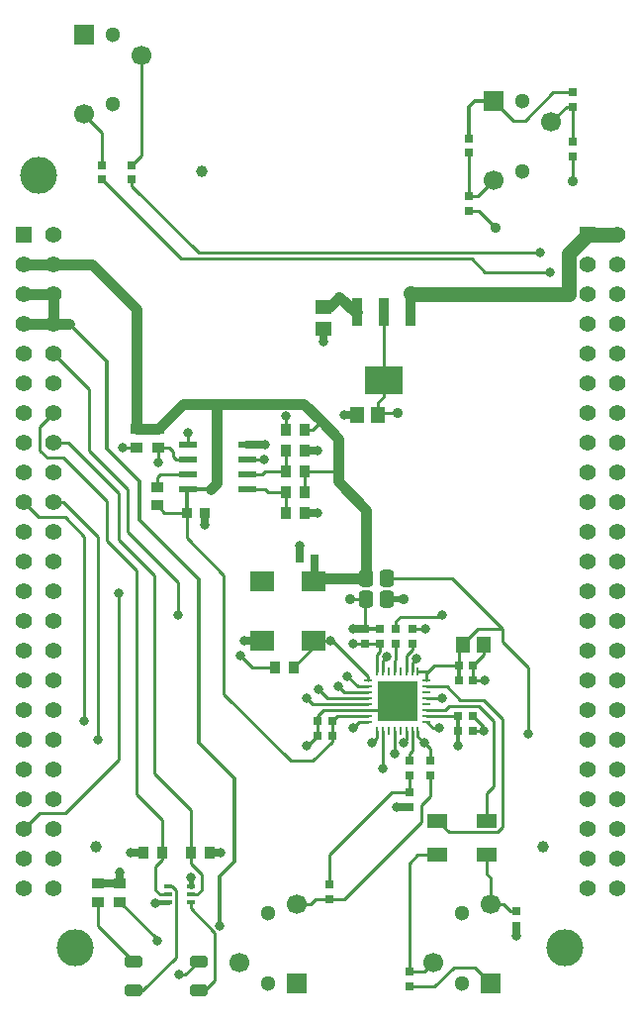
<source format=gtl>
%FSLAX43Y43*%
%MOMM*%
G71*
G01*
G75*
G04 Layer_Physical_Order=1*
G04 Layer_Color=255*
%ADD10C,1.000*%
%ADD11R,1.000X0.900*%
%ADD12R,0.900X1.000*%
%ADD13R,1.300X1.400*%
G04:AMPARAMS|DCode=14|XSize=1mm|YSize=1.5mm|CornerRadius=0.25mm|HoleSize=0mm|Usage=FLASHONLY|Rotation=90.000|XOffset=0mm|YOffset=0mm|HoleType=Round|Shape=RoundedRectangle|*
%AMROUNDEDRECTD14*
21,1,1.000,1.000,0,0,90.0*
21,1,0.500,1.500,0,0,90.0*
1,1,0.500,0.500,0.250*
1,1,0.500,0.500,-0.250*
1,1,0.500,-0.500,-0.250*
1,1,0.500,-0.500,0.250*
%
%ADD14ROUNDEDRECTD14*%
%ADD15R,0.800X0.800*%
G04:AMPARAMS|DCode=16|XSize=1.45mm|YSize=1.25mm|CornerRadius=0.313mm|HoleSize=0mm|Usage=FLASHONLY|Rotation=90.000|XOffset=0mm|YOffset=0mm|HoleType=Round|Shape=RoundedRectangle|*
%AMROUNDEDRECTD16*
21,1,1.450,0.625,0,0,90.0*
21,1,0.825,1.250,0,0,90.0*
1,1,0.625,0.313,0.412*
1,1,0.625,0.313,-0.412*
1,1,0.625,-0.313,-0.412*
1,1,0.625,-0.313,0.412*
%
%ADD16ROUNDEDRECTD16*%
%ADD17R,1.500X0.600*%
%ADD18R,0.813X0.914*%
%ADD19R,0.650X0.400*%
%ADD20R,0.800X0.800*%
%ADD21R,1.400X1.300*%
%ADD22R,3.300X2.400*%
%ADD23R,0.950X2.400*%
%ADD24O,0.800X0.250*%
%ADD25O,0.250X0.800*%
%ADD26R,3.450X3.450*%
%ADD27R,1.700X1.250*%
%ADD28R,2.000X1.800*%
%ADD29C,0.254*%
%ADD30C,0.500*%
%ADD31C,0.889*%
%ADD32C,1.270*%
%ADD33C,0.635*%
%ADD34C,0.300*%
%ADD35C,0.381*%
%ADD36R,1.700X1.700*%
%ADD37C,1.700*%
%ADD38C,1.300*%
%ADD39C,1.420*%
%ADD40R,1.420X1.420*%
%ADD41C,3.175*%
%ADD42C,0.800*%
%ADD43C,0.900*%
D10*
X101600Y74676D02*
D03*
X63373D02*
D03*
X72390Y132461D02*
D03*
D11*
X68707Y110401D02*
D03*
Y108801D02*
D03*
X63500Y71539D02*
D03*
Y69939D02*
D03*
X65405Y71539D02*
D03*
Y69939D02*
D03*
X66802Y110401D02*
D03*
Y108801D02*
D03*
X68580Y103848D02*
D03*
Y105448D02*
D03*
D12*
X81191Y106807D02*
D03*
X79591D02*
D03*
X78702Y90043D02*
D03*
X80302D02*
D03*
X71463Y74168D02*
D03*
X73063D02*
D03*
X81191Y105029D02*
D03*
X79591D02*
D03*
X81191Y110363D02*
D03*
X79591D02*
D03*
Y103251D02*
D03*
X81191D02*
D03*
X79591Y108585D02*
D03*
X81191D02*
D03*
X68999Y74168D02*
D03*
X67399D02*
D03*
D13*
X85714Y111633D02*
D03*
X87514D02*
D03*
X96531Y91948D02*
D03*
X94731D02*
D03*
D14*
X72136Y64897D02*
D03*
Y62397D02*
D03*
X66548Y64897D02*
D03*
Y62397D02*
D03*
D15*
X90170Y62738D02*
D03*
Y63988D02*
D03*
X99314Y67945D02*
D03*
Y69195D02*
D03*
X95250Y135255D02*
D03*
Y134005D02*
D03*
X104140Y139192D02*
D03*
Y137942D02*
D03*
X86360Y92075D02*
D03*
Y93325D02*
D03*
X87630Y92075D02*
D03*
Y93325D02*
D03*
X104140Y133731D02*
D03*
Y134981D02*
D03*
X95250Y129032D02*
D03*
Y130282D02*
D03*
X89027Y92075D02*
D03*
Y93325D02*
D03*
X90424Y92075D02*
D03*
Y93325D02*
D03*
X90170Y78105D02*
D03*
Y79355D02*
D03*
Y80772D02*
D03*
Y82022D02*
D03*
X83312Y70231D02*
D03*
Y71481D02*
D03*
X66421Y132969D02*
D03*
Y131719D02*
D03*
X91948Y80772D02*
D03*
Y82022D02*
D03*
X63881Y132969D02*
D03*
Y131719D02*
D03*
D16*
X86501Y97663D02*
D03*
X88251D02*
D03*
X86501Y95885D02*
D03*
X88251D02*
D03*
D17*
X76337Y105283D02*
D03*
Y106553D02*
D03*
Y107823D02*
D03*
Y109093D02*
D03*
X71237Y105283D02*
D03*
Y106553D02*
D03*
Y107823D02*
D03*
Y109093D02*
D03*
D18*
X71095Y103251D02*
D03*
X72669D02*
D03*
D19*
X71435Y71262D02*
D03*
Y70612D02*
D03*
Y69962D02*
D03*
X69535D02*
D03*
Y70612D02*
D03*
Y71262D02*
D03*
D20*
X94361Y84582D02*
D03*
X95611D02*
D03*
X94361Y85852D02*
D03*
X95611D02*
D03*
X94381Y88900D02*
D03*
X95631D02*
D03*
X94381Y90170D02*
D03*
X95631D02*
D03*
X83566Y85471D02*
D03*
X82316D02*
D03*
X83566Y84201D02*
D03*
X82316D02*
D03*
X82042Y99314D02*
D03*
X80792D02*
D03*
D21*
X82804Y118988D02*
D03*
Y120788D02*
D03*
D22*
X88011Y114575D02*
D03*
D23*
X85711Y120375D02*
D03*
X88011D02*
D03*
X90311D02*
D03*
D24*
X86654Y88872D02*
D03*
Y88372D02*
D03*
Y87872D02*
D03*
Y87372D02*
D03*
Y86872D02*
D03*
Y86372D02*
D03*
Y85872D02*
D03*
Y85372D02*
D03*
X91654D02*
D03*
Y85872D02*
D03*
Y86372D02*
D03*
Y86872D02*
D03*
Y87372D02*
D03*
Y87872D02*
D03*
Y88372D02*
D03*
Y88872D02*
D03*
D25*
X87404Y84622D02*
D03*
X87904D02*
D03*
X88404D02*
D03*
X88904D02*
D03*
X89404D02*
D03*
X89904D02*
D03*
X90404D02*
D03*
X90904D02*
D03*
Y89622D02*
D03*
X90404D02*
D03*
X89904D02*
D03*
X89404D02*
D03*
X88904D02*
D03*
X88404D02*
D03*
X87904D02*
D03*
X87404D02*
D03*
D26*
X89154Y87122D02*
D03*
D27*
X92583Y73963D02*
D03*
Y76913D02*
D03*
X96774Y73963D02*
D03*
Y76913D02*
D03*
D28*
X77597Y97409D02*
D03*
Y92329D02*
D03*
X81997D02*
D03*
Y97409D02*
D03*
D29*
X58547Y77597D02*
X60706D01*
X65278Y82169D01*
Y96393D01*
X75692Y91059D02*
X76708Y90043D01*
X78702D01*
X81997Y91738D02*
Y92329D01*
X80302Y90043D02*
X81997Y91738D01*
X91654Y85372D02*
X92190Y84836D01*
X92710D01*
X94488Y87249D02*
X96520D01*
X93365Y88372D02*
X94488Y87249D01*
X91654Y88372D02*
X93365D01*
X63500Y83820D02*
Y101219D01*
X60579Y104140D02*
X63500Y101219D01*
X59690Y104140D02*
X60579D01*
X70993Y63754D02*
X72136Y64897D01*
X70485Y63754D02*
X70993D01*
X65405Y69939D02*
X68580Y66764D01*
Y66675D02*
Y66764D01*
X63500Y67945D02*
Y69939D01*
Y67945D02*
X66548Y64897D01*
X67357Y62397D02*
X70187Y65227D01*
Y70947D01*
X66548Y62397D02*
X67357D01*
X69872Y71262D02*
X70187Y70947D01*
X69535Y71262D02*
X69872D01*
X71435Y69396D02*
Y69962D01*
X72136Y62397D02*
X72684D01*
X73533Y63246D01*
X71435Y69396D02*
X73533Y67298D01*
Y63246D02*
Y67298D01*
X96520Y87249D02*
X98171Y85598D01*
Y76373D02*
Y85598D01*
X97759Y75961D02*
X98171Y76373D01*
X93535Y75961D02*
X97759D01*
X92583Y76913D02*
X93535Y75961D01*
X97409Y79883D02*
Y85471D01*
X96139Y86741D02*
X97409Y85471D01*
X93599Y86741D02*
X96139D01*
X96774Y79248D02*
X97409Y79883D01*
X82816Y86372D02*
X86654D01*
X82316Y85872D02*
X82816Y86372D01*
X82316Y85471D02*
Y85872D01*
X102489Y139192D02*
X104140D01*
X100076Y136779D02*
X102489Y139192D01*
X99060Y136779D02*
X100076D01*
X97409Y138430D02*
X99060Y136779D01*
X95758Y64389D02*
X97155Y62992D01*
X93980Y64389D02*
X95758D01*
X92329Y62738D02*
X93980Y64389D01*
X90170Y62738D02*
X92329D01*
X95611Y85852D02*
X96520Y84943D01*
Y84582D02*
Y84943D01*
X104140Y131572D02*
Y133731D01*
X86654Y86372D02*
X88404D01*
X89154Y87122D01*
X87514Y111633D02*
X87641Y111760D01*
X89154D01*
X70668Y124932D02*
X95540D01*
X63881Y131719D02*
X70668Y124932D01*
X72136Y125476D02*
X101346D01*
X66421Y131191D02*
X72136Y125476D01*
X66421Y131191D02*
Y131719D01*
X85090Y95885D02*
X86501D01*
X93853Y97663D02*
X98171Y93345D01*
X88251Y97663D02*
X93853D01*
X98171Y92197D02*
Y93345D01*
X96039D02*
X98171D01*
X94731Y92037D02*
X96039Y93345D01*
X94731Y91948D02*
Y92037D01*
X81427Y83312D02*
X82316Y84201D01*
X81407Y83312D02*
X81427D01*
X82316Y84201D02*
Y85471D01*
X80010Y82042D02*
X81915D01*
X83566Y83693D01*
Y84201D01*
Y85471D01*
X83967Y85872D01*
X86654D01*
X74295Y87757D02*
X80010Y82042D01*
X74295Y87757D02*
Y97917D01*
X71095Y101117D02*
X74295Y97917D01*
X71095Y101117D02*
Y103251D01*
X68580Y103848D02*
X69177Y103251D01*
X71095D01*
X81915Y110363D02*
X82614Y111062D01*
X81191Y110363D02*
X81915D01*
X81191Y105029D02*
Y106807D01*
X84074D01*
X62299Y137287D02*
X63881Y135705D01*
Y132969D02*
Y135705D01*
X66421Y132969D02*
X67257Y133805D01*
Y142345D01*
X95540Y124932D02*
X96647Y123825D01*
X102235D01*
X96139Y129032D02*
X97536Y127635D01*
X95250Y129032D02*
X96139D01*
X92837Y94361D02*
X92964Y94488D01*
X89408Y94361D02*
X92837D01*
X87904Y81407D02*
Y84622D01*
X88904Y82677D02*
Y84622D01*
X96531Y91070D02*
Y91948D01*
X95631Y90170D02*
X96531Y91070D01*
X95631Y88900D02*
Y90170D01*
Y88900D02*
X96647D01*
X86360Y95744D02*
X86501Y95885D01*
X86360Y93325D02*
Y95744D01*
X98171Y92197D02*
X100330Y90038D01*
Y84328D02*
Y90038D01*
X94381Y91598D02*
X94731Y91948D01*
X94381Y90170D02*
Y91598D01*
X91654Y89495D02*
X92329Y90170D01*
X94381D01*
X95611Y84582D02*
X96520D01*
X60579Y107950D02*
X64262Y104267D01*
X59182Y107950D02*
X60579D01*
X58547Y108585D02*
X59182Y107950D01*
X58547Y108585D02*
Y110617D01*
X65278Y100965D02*
Y104902D01*
X60960Y109220D02*
X65278Y104902D01*
X59690Y109220D02*
X60960D01*
X59690Y116840D02*
X62738Y113792D01*
Y108585D02*
Y113792D01*
Y108585D02*
X66040Y105283D01*
Y101600D02*
Y105283D01*
X64262Y100838D02*
Y104267D01*
X70358Y94488D02*
Y97282D01*
X66040Y101600D02*
X70358Y97282D01*
X68326Y80950D02*
Y97917D01*
X65278Y100965D02*
X68326Y97917D01*
X64262Y100838D02*
X66802Y98298D01*
X81407Y87376D02*
X81911Y86872D01*
X62357Y85471D02*
Y101219D01*
X85344Y92075D02*
X86360D01*
X87630Y91339D02*
Y92075D01*
X87404Y91113D02*
X87630Y91339D01*
X87404Y89622D02*
Y91113D01*
X87904Y89622D02*
Y90571D01*
X83566Y92329D02*
X86654Y89241D01*
X83439Y92329D02*
X83566D01*
X86654Y88872D02*
Y89241D01*
X58420Y102870D02*
X60706D01*
X62357Y101219D01*
X91654Y88872D02*
Y89495D01*
X81997Y92329D02*
X83439D01*
X89027Y93980D02*
X89408Y94361D01*
X89027Y93325D02*
Y93980D01*
X91547Y93325D02*
X91567Y93345D01*
X90424Y93325D02*
X91547D01*
X57150Y104140D02*
X58420Y102870D01*
X68453Y73025D02*
X68999Y73571D01*
X68453Y70993D02*
Y73025D01*
Y70993D02*
X68834Y70612D01*
X69535D01*
X71435D02*
X72009D01*
X72390Y70993D01*
Y72314D01*
X71463Y73241D02*
X72390Y72314D01*
X71463Y73241D02*
Y74168D01*
X68999Y73571D02*
Y74168D01*
X66802Y79159D02*
Y98298D01*
X68326Y80950D02*
X71463Y77813D01*
X58547Y110617D02*
X59690Y111760D01*
X68999Y74168D02*
Y76962D01*
X66802Y79159D02*
X68999Y76962D01*
X68707Y107569D02*
Y108801D01*
X65659D02*
X66802D01*
X84137Y88328D02*
X84594Y87872D01*
X86654D01*
X83189Y87372D02*
X86654D01*
X82423Y88138D02*
X83189Y87372D01*
X81911Y86872D02*
X86654D01*
X79591Y111468D02*
X79629Y111506D01*
X79591Y110363D02*
Y111468D01*
X76337Y107823D02*
X77724D01*
X91948Y78994D02*
Y80772D01*
X91186Y78232D02*
X91948Y78994D01*
X91186Y76835D02*
Y78232D01*
X84582Y70231D02*
X91186Y76835D01*
X90854Y73963D02*
X92583D01*
X90170Y73279D02*
X90854Y73963D01*
X83312Y70231D02*
X84582D01*
X83312Y71481D02*
Y74041D01*
X98806Y69215D02*
X99294D01*
X98229Y69792D02*
X98806Y69215D01*
X97155Y69792D02*
X98229D01*
X71237Y109093D02*
Y110099D01*
X88904Y89622D02*
Y90555D01*
X89027Y90678D02*
Y92075D01*
X88904Y90555D02*
X89027Y90678D01*
X87904Y90571D02*
X88265Y90932D01*
X90404Y90404D02*
X90805Y90805D01*
X90404Y89622D02*
Y90404D01*
X93230Y86372D02*
X93599Y86741D01*
X91654Y86372D02*
X93230D01*
X91654Y87372D02*
X92960D01*
X91440Y83566D02*
X91948Y83058D01*
Y82022D02*
Y83058D01*
X90904Y84102D02*
X91440Y83566D01*
X90904Y84102D02*
Y84622D01*
X90404Y82911D02*
Y84622D01*
X90170Y82677D02*
X90404Y82911D01*
X90170Y82022D02*
Y82677D01*
X89662Y83566D02*
X89904Y83808D01*
Y84622D01*
X96774Y76913D02*
Y79248D01*
X90904Y89622D02*
X91654D01*
X90424Y91567D02*
Y92075D01*
X89904Y91047D02*
X90424Y91567D01*
X89904Y89622D02*
Y91047D01*
X71463Y74168D02*
Y77813D01*
X83312Y74041D02*
X88626Y79355D01*
X85745Y88372D02*
X86654D01*
X84836Y89281D02*
X85745Y88372D01*
X88626Y79355D02*
X90170D01*
X103621Y137942D02*
X104140D01*
X102309Y136630D02*
X103621Y137942D01*
X104140Y134981D02*
Y137942D01*
X90170Y63988D02*
Y73279D01*
Y63988D02*
X91451D01*
X92255Y64792D01*
X57150Y76200D02*
X58547Y77597D01*
X70231Y107823D02*
X71237D01*
X68707Y108801D02*
X69634D01*
X69977Y108458D01*
Y108077D02*
Y108458D01*
Y108077D02*
X70231Y107823D01*
X95250Y130282D02*
X96061D01*
X97409Y131630D01*
X95250Y130282D02*
Y134005D01*
X99294Y69215D02*
X99314Y69195D01*
X96774Y72390D02*
X97155Y72009D01*
Y69792D02*
Y72009D01*
X96774Y72390D02*
Y73963D01*
X85344Y84836D02*
X85880Y85372D01*
X86654D01*
X86995Y83566D02*
X87404Y83975D01*
Y84622D01*
X86360Y92075D02*
X87630D01*
X82169Y70231D02*
X83312D01*
X81730Y69792D02*
X82169Y70231D01*
X80518Y69792D02*
X81730D01*
X90170Y79355D02*
Y80772D01*
X94341Y85872D02*
X94361Y85852D01*
X91654Y85872D02*
X94341D01*
X88011Y113157D02*
Y114575D01*
X87514Y112660D02*
X88011Y113157D01*
X87514Y111633D02*
Y112660D01*
X88011Y114575D02*
Y120375D01*
X79591Y106807D02*
Y108585D01*
X77851Y106807D02*
X79591D01*
X77597Y106553D02*
X77851Y106807D01*
X76337Y106553D02*
X77597D01*
X79591Y103251D02*
Y105029D01*
X78105D02*
X79591D01*
X77851Y105283D02*
X78105Y105029D01*
X76337Y105283D02*
X77851D01*
X68834Y106553D02*
X71237D01*
X68580Y106299D02*
X68834Y106553D01*
X68580Y105448D02*
Y106299D01*
D30*
X88251Y95885D02*
X89662D01*
D31*
X82614Y111062D02*
X84074Y109601D01*
X81153Y112522D02*
X82614Y111062D01*
X84074Y106807D02*
Y109601D01*
Y105918D02*
Y106807D01*
X82804Y120788D02*
X83323D01*
X84201Y121666D01*
X85492Y120375D01*
X85711D01*
X59690Y119380D02*
X61087D01*
X57150D02*
X59690D01*
Y121920D01*
X57150D02*
X59690D01*
Y124460D02*
X62992D01*
X57150D02*
X59690D01*
X62992D02*
X66802Y120650D01*
Y110401D02*
Y120650D01*
Y110401D02*
X68707D01*
X70828Y112522D02*
X79154D01*
X68707Y110401D02*
X70828Y112522D01*
X73152Y105283D02*
X73660Y105791D01*
Y112522D01*
X79154Y112522D02*
X81153D01*
X79154Y112522D02*
X79154Y112522D01*
X86233Y97663D02*
X86487Y97409D01*
X84074Y105918D02*
X86501Y103491D01*
Y97663D02*
Y103491D01*
X86233Y97663D02*
X86501D01*
X82251D02*
X86233D01*
X82042Y97454D02*
X82251Y97663D01*
D32*
X103811Y121920D02*
Y125401D01*
X105410Y127000D01*
X90297Y122009D02*
X90386Y121920D01*
X103811D01*
X105410Y127000D02*
X107950D01*
D33*
X66294Y74168D02*
X67399D01*
X65367Y72555D02*
X65405Y72517D01*
X81191Y108585D02*
X82296D01*
X85364Y93325D02*
X86360D01*
X72669Y102324D02*
Y103251D01*
X82804Y117883D02*
Y118988D01*
X65405Y71539D02*
Y72517D01*
X73063Y74168D02*
X74041D01*
X84609Y111633D02*
X85714D01*
X80792Y99314D02*
Y100419D01*
X63500Y71539D02*
X65405D01*
X99314Y67056D02*
Y67945D01*
X89065Y78105D02*
X90170D01*
X81191Y103251D02*
X82296D01*
X76337Y109093D02*
X77851D01*
X82042Y97454D02*
Y99314D01*
X76073Y92329D02*
X77597D01*
D34*
X94361Y83312D02*
Y84582D01*
X75184Y73406D02*
Y80518D01*
X73914Y72136D02*
X75184Y73406D01*
X73914Y67945D02*
Y72136D01*
X67056Y102616D02*
Y105918D01*
X64262Y108712D02*
X67056Y105918D01*
X64262Y108712D02*
Y116205D01*
X72136Y83566D02*
X75184Y80518D01*
X72136Y83566D02*
Y97536D01*
X67056Y102616D02*
X72136Y97536D01*
X61087Y119380D02*
X64262Y116205D01*
X94361Y84582D02*
Y85852D01*
X94381Y88900D02*
Y90170D01*
X71095Y103251D02*
Y105141D01*
X71237Y105283D02*
X73152D01*
X95758Y138430D02*
X97409D01*
X95250Y137922D02*
X95758Y138430D01*
X95250Y135255D02*
Y137922D01*
X86360Y93325D02*
X87630D01*
D35*
X68565Y69962D02*
X69535D01*
X71435Y71262D02*
Y72070D01*
D36*
X80518Y62992D02*
D03*
X62357Y144145D02*
D03*
X97155Y62992D02*
D03*
X97409Y138430D02*
D03*
D37*
X75618Y64792D02*
D03*
X80518Y69792D02*
D03*
X67257Y142345D02*
D03*
X62357Y137345D02*
D03*
X92255Y64792D02*
D03*
X97155Y69792D02*
D03*
X102309Y136630D02*
D03*
X97409Y131630D02*
D03*
D38*
X78068Y68992D02*
D03*
Y62992D02*
D03*
X64807Y138145D02*
D03*
Y144145D02*
D03*
X94705Y68992D02*
D03*
Y62992D02*
D03*
X99859Y132430D02*
D03*
Y138430D02*
D03*
D39*
X59690Y71120D02*
D03*
Y73660D02*
D03*
Y76200D02*
D03*
Y78740D02*
D03*
Y81280D02*
D03*
Y83820D02*
D03*
Y86360D02*
D03*
Y88900D02*
D03*
Y91440D02*
D03*
Y93980D02*
D03*
Y96520D02*
D03*
Y99060D02*
D03*
Y101600D02*
D03*
Y104140D02*
D03*
Y106680D02*
D03*
Y109220D02*
D03*
Y111760D02*
D03*
Y114300D02*
D03*
Y116840D02*
D03*
Y119380D02*
D03*
Y121920D02*
D03*
Y124460D02*
D03*
Y127000D02*
D03*
X57150Y71120D02*
D03*
Y73660D02*
D03*
Y76200D02*
D03*
Y78740D02*
D03*
Y81280D02*
D03*
Y83820D02*
D03*
Y86360D02*
D03*
Y88900D02*
D03*
Y91440D02*
D03*
Y93980D02*
D03*
Y96520D02*
D03*
Y99060D02*
D03*
Y101600D02*
D03*
Y104140D02*
D03*
Y106680D02*
D03*
Y109220D02*
D03*
Y111760D02*
D03*
Y114300D02*
D03*
Y116840D02*
D03*
Y119380D02*
D03*
Y121920D02*
D03*
Y124460D02*
D03*
X107950Y71120D02*
D03*
Y73660D02*
D03*
Y76200D02*
D03*
Y78740D02*
D03*
Y81280D02*
D03*
Y83820D02*
D03*
Y86360D02*
D03*
Y88900D02*
D03*
Y91440D02*
D03*
Y93980D02*
D03*
Y96520D02*
D03*
Y99060D02*
D03*
Y101600D02*
D03*
Y104140D02*
D03*
Y106680D02*
D03*
Y109220D02*
D03*
Y111760D02*
D03*
Y114300D02*
D03*
Y116840D02*
D03*
Y119380D02*
D03*
Y121920D02*
D03*
Y124460D02*
D03*
Y127000D02*
D03*
X105410Y71120D02*
D03*
Y73660D02*
D03*
Y76200D02*
D03*
Y78740D02*
D03*
Y81280D02*
D03*
Y83820D02*
D03*
Y86360D02*
D03*
Y88900D02*
D03*
Y91440D02*
D03*
Y93980D02*
D03*
Y96520D02*
D03*
Y99060D02*
D03*
Y101600D02*
D03*
Y104140D02*
D03*
Y106680D02*
D03*
Y109220D02*
D03*
Y111760D02*
D03*
Y114300D02*
D03*
Y116840D02*
D03*
Y119380D02*
D03*
Y121920D02*
D03*
Y124460D02*
D03*
D40*
X57150Y127000D02*
D03*
X105410D02*
D03*
D41*
X103505Y66040D02*
D03*
X61595D02*
D03*
X58420Y132080D02*
D03*
D42*
X65278Y96393D02*
D03*
X75692Y91059D02*
D03*
X63500Y83820D02*
D03*
X70485Y63754D02*
D03*
X68580Y66675D02*
D03*
X81407Y83312D02*
D03*
X102235Y123825D02*
D03*
X101346Y125476D02*
D03*
X92964Y94488D02*
D03*
X96647Y88900D02*
D03*
X96520Y84582D02*
D03*
X66294Y74168D02*
D03*
X100330Y84328D02*
D03*
X94361Y83312D02*
D03*
X73914Y67945D02*
D03*
X81407Y87376D02*
D03*
X88265Y90932D02*
D03*
X85344Y92075D02*
D03*
X82296Y108585D02*
D03*
X83439Y92329D02*
D03*
X87884Y81407D02*
D03*
X88900Y82677D02*
D03*
X91547Y93325D02*
D03*
X85344Y93345D02*
D03*
X62357Y85471D02*
D03*
X86995Y83566D02*
D03*
X85344Y84836D02*
D03*
X72644Y102235D02*
D03*
X70358Y94488D02*
D03*
X68707Y107569D02*
D03*
X84074Y88392D02*
D03*
X82423Y88138D02*
D03*
X79591Y111468D02*
D03*
X77724Y107823D02*
D03*
X84836Y89281D02*
D03*
X65659Y108839D02*
D03*
X71237Y110099D02*
D03*
X92960Y87372D02*
D03*
X92710Y84836D02*
D03*
X91440Y83566D02*
D03*
X89662D02*
D03*
X90297Y122009D02*
D03*
X82804Y117883D02*
D03*
X90805Y90805D02*
D03*
X65405Y72517D02*
D03*
X74041Y74168D02*
D03*
X71435Y72070D02*
D03*
X68453Y69850D02*
D03*
X84609Y111633D02*
D03*
X80792Y100419D02*
D03*
X99314Y67056D02*
D03*
X89065Y78105D02*
D03*
X82296Y103251D02*
D03*
X77851Y109093D02*
D03*
X76073Y92329D02*
D03*
X87954Y88322D02*
D03*
X89154D02*
D03*
X90354D02*
D03*
X87954Y87122D02*
D03*
X89154D02*
D03*
X90354D02*
D03*
X87954Y85922D02*
D03*
X89154D02*
D03*
X90354D02*
D03*
D43*
X89154Y111760D02*
D03*
X85090Y95885D02*
D03*
X89662D02*
D03*
X84201Y121666D02*
D03*
X97536Y127635D02*
D03*
X104140Y131572D02*
D03*
M02*

</source>
